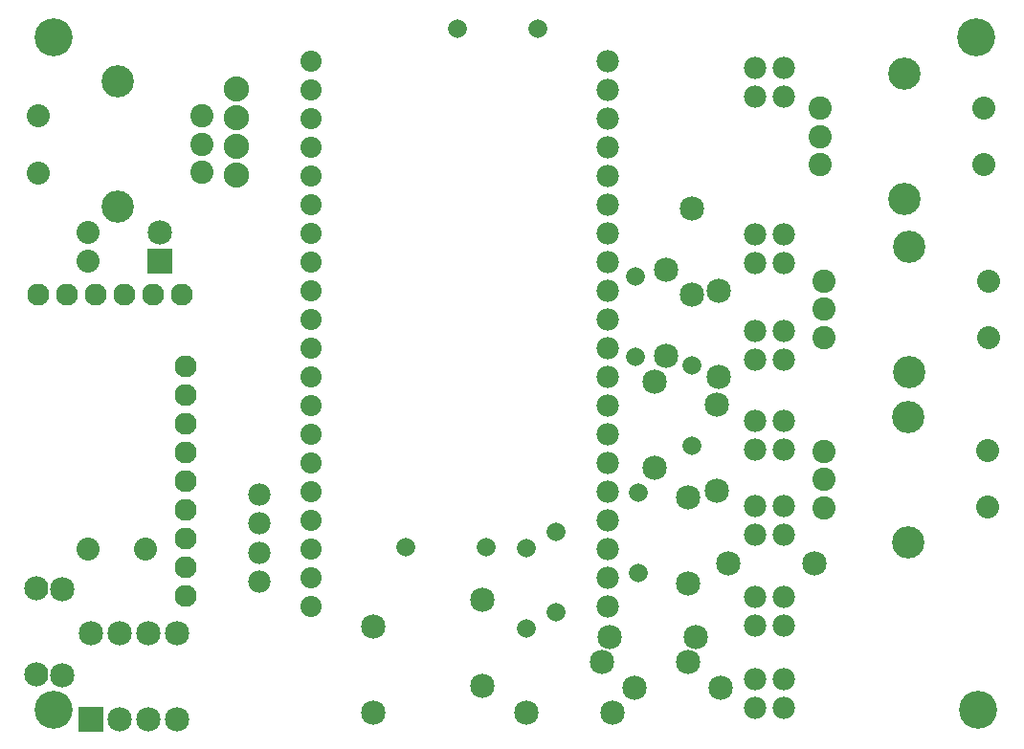
<source format=gbs>
G04 MADE WITH FRITZING*
G04 WWW.FRITZING.ORG*
G04 DOUBLE SIDED*
G04 HOLES PLATED*
G04 CONTOUR ON CENTER OF CONTOUR VECTOR*
%FSLAX26Y26*%
%MOIN*%
%ADD10C,0.085000*%
%ADD11C,0.084000*%
%ADD12C,0.080000*%
%ADD13C,0.065433*%
%ADD14C,0.132047*%
%ADD15C,0.076929*%
%ADD16C,0.077559*%
%ADD17C,0.088000*%
%ADD18C,0.073622*%
%ADD19C,0.080866*%
%ADD20C,0.112677*%
%ADD21R,0.085000X0.085000*%
G04 MASK0*
%FSLAX26Y26*%
%MOIN*%
D10*
X143721Y216780D03*
X143721Y516780D03*
X1226770Y87580D03*
X1226770Y387580D03*
D11*
X52966Y519990D03*
X52966Y219990D03*
D12*
X231332Y656090D03*
X431332Y656090D03*
D10*
X242788Y65140D03*
X242788Y365140D03*
X342788Y65140D03*
X342788Y365140D03*
X442788Y65140D03*
X442788Y365140D03*
X542788Y65140D03*
X542788Y365140D03*
D13*
X1520630Y2469871D03*
X1800630Y2469871D03*
X2140860Y1327540D03*
X2140860Y1607536D03*
X1759170Y661500D03*
X1759170Y381500D03*
X2335300Y1015700D03*
X2335300Y1295700D03*
X1618810Y665320D03*
X1338810Y665320D03*
X1861200Y717170D03*
X1861200Y437170D03*
D14*
X3333120Y95580D03*
X3324800Y2441451D03*
X113146Y2441451D03*
X112257Y95580D03*
D13*
X2149190Y852680D03*
X2149190Y572680D03*
D15*
X572910Y1294250D03*
X572910Y1194250D03*
X572910Y1094250D03*
X572910Y994250D03*
X572910Y894250D03*
X572910Y794250D03*
X572910Y694250D03*
X572910Y594250D03*
X572910Y494250D03*
D12*
X231454Y1661627D03*
X231454Y1761812D03*
D16*
X829332Y542820D03*
X829332Y642820D03*
X829332Y747250D03*
X829332Y847250D03*
X2556800Y2334249D03*
X2556800Y2234249D03*
X2556800Y2334249D03*
X2556800Y2234249D03*
X2656800Y2234249D03*
X2656800Y2334249D03*
X2556800Y491280D03*
X2556800Y391280D03*
X2556800Y491280D03*
X2556800Y391280D03*
X2656800Y391280D03*
X2656800Y491280D03*
X2556800Y203800D03*
X2556800Y103800D03*
X2556800Y203800D03*
X2556800Y103800D03*
X2656800Y103800D03*
X2656800Y203800D03*
X2556800Y805550D03*
X2556800Y705550D03*
X2556800Y805550D03*
X2556800Y705550D03*
X2656800Y705550D03*
X2656800Y805550D03*
X2556800Y1103470D03*
X2556800Y1003470D03*
X2556800Y1103470D03*
X2556800Y1003470D03*
X2656800Y1003470D03*
X2656800Y1103470D03*
X2556800Y1416770D03*
X2556800Y1316770D03*
X2556800Y1416770D03*
X2556800Y1316770D03*
X2656800Y1316770D03*
X2656800Y1416770D03*
X2556800Y1754249D03*
X2556800Y1654249D03*
X2556800Y1754249D03*
X2556800Y1654249D03*
X2656800Y1654249D03*
X2656800Y1754249D03*
D17*
X750458Y2261205D03*
X750458Y2161205D03*
X750458Y2061205D03*
X750458Y1961205D03*
D15*
X557728Y1543508D03*
X457728Y1543508D03*
X357728Y1543508D03*
X257728Y1543508D03*
X157728Y1543508D03*
X57728Y1543508D03*
D18*
X1008070Y2357804D03*
X1008070Y2257804D03*
X1008070Y2157804D03*
X1008070Y2057804D03*
X1008070Y1957804D03*
X1008070Y1857804D03*
X1008070Y1757804D03*
X1008070Y1657804D03*
X1008070Y1557804D03*
X1008070Y1457800D03*
X1008070Y1357800D03*
X1008070Y1257800D03*
X1008070Y1157800D03*
X1008070Y1057800D03*
X1008070Y957800D03*
X1008070Y857800D03*
X1008070Y757800D03*
X1008070Y657800D03*
X1008070Y557800D03*
X1008070Y457800D03*
D19*
X630711Y1969099D03*
X630711Y2067525D03*
X630711Y2165950D03*
D12*
X59845Y1968666D03*
X59845Y2165517D03*
D20*
X335435Y1849021D03*
X335435Y2286028D03*
D19*
X2797250Y1591572D03*
X2797250Y1493150D03*
X2797250Y1394720D03*
D12*
X3368120Y1592005D03*
X3368120Y1395150D03*
D20*
X3092530Y1711650D03*
X3092530Y1274640D03*
D19*
X2794380Y998730D03*
X2794380Y900310D03*
X2794380Y801880D03*
D12*
X3365250Y999170D03*
X3365250Y802310D03*
D20*
X3089660Y1118810D03*
X3089660Y681800D03*
D19*
X2781910Y2193566D03*
X2781910Y2095140D03*
X2781910Y1996715D03*
D12*
X3352780Y2193999D03*
X3352780Y1997148D03*
D20*
X3077190Y2313644D03*
X3077190Y1876637D03*
D10*
X2246750Y1629923D03*
X2246750Y1329920D03*
X2462490Y607140D03*
X2762490Y607140D03*
X2021480Y264860D03*
X2321480Y264860D03*
X2058010Y86060D03*
X1758010Y86060D03*
X1605500Y180070D03*
X1605500Y480070D03*
X2322680Y835770D03*
X2322680Y535770D03*
X2347680Y350220D03*
X2047680Y350220D03*
X2206010Y1240850D03*
X2206010Y940850D03*
X2436710Y174020D03*
X2136710Y174020D03*
X2423600Y862150D03*
X2423600Y1162150D03*
X2431010Y1556030D03*
X2431010Y1256030D03*
X2334710Y1842808D03*
X2334710Y1542808D03*
X482588Y1660216D03*
X482588Y1760216D03*
D16*
X2041400Y2357804D03*
X2041400Y2257804D03*
X2041400Y2157804D03*
X2041400Y2057804D03*
X2041400Y1957804D03*
X2041400Y1857804D03*
X2041400Y1757804D03*
X2041400Y1657804D03*
X2041400Y1557804D03*
X2041400Y1457800D03*
X2041400Y1357800D03*
X2041400Y1257800D03*
X2041400Y1157800D03*
X2041400Y1057800D03*
X2041400Y957800D03*
X2041400Y857800D03*
X2041400Y757800D03*
X2041400Y657800D03*
X2041400Y557800D03*
X2041400Y457800D03*
D21*
X242788Y65140D03*
X482588Y1660216D03*
G04 End of Mask0*
M02*
</source>
